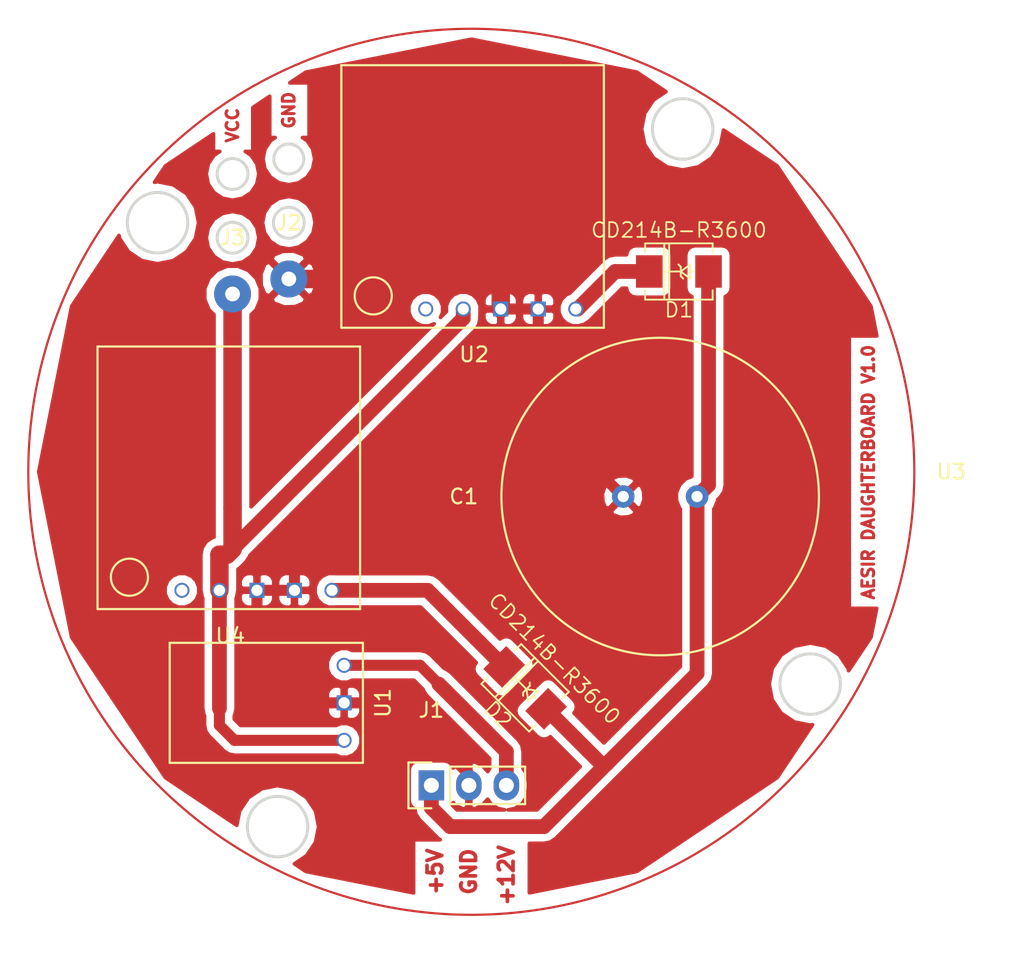
<source format=kicad_pcb>
(kicad_pcb (version 4) (host pcbnew 4.0.6)

  (general
    (links 16)
    (no_connects 0)
    (area 116.586 72.9286 185.928001 138.684001)
    (thickness 1.6)
    (drawings 14)
    (tracks 52)
    (zones 0)
    (modules 10)
    (nets 9)
  )

  (page A4)
  (title_block
    (title AESIR_DAUGHTERBOARD_PCB)
    (date 2017-07-12)
    (rev 2)
    (company AESIR)
    (comment 1 "By: Björn Ordoubadian")
  )

  (layers
    (0 F.Cu signal)
    (31 B.Cu signal)
    (32 B.Adhes user)
    (33 F.Adhes user)
    (34 B.Paste user)
    (35 F.Paste user)
    (36 B.SilkS user)
    (37 F.SilkS user)
    (38 B.Mask user)
    (39 F.Mask user)
    (40 Dwgs.User user)
    (41 Cmts.User user)
    (42 Eco1.User user)
    (43 Eco2.User user)
    (44 Edge.Cuts user)
    (45 Margin user)
    (46 B.CrtYd user)
    (47 F.CrtYd user)
    (48 B.Fab user)
    (49 F.Fab user)
  )

  (setup
    (last_trace_width 0.75)
    (user_trace_width 0.5)
    (user_trace_width 0.75)
    (user_trace_width 1)
    (user_trace_width 1.25)
    (trace_clearance 0.2)
    (zone_clearance 0.508)
    (zone_45_only no)
    (trace_min 0.2)
    (segment_width 0.2)
    (edge_width 0.2)
    (via_size 0.6)
    (via_drill 0.4)
    (via_min_size 0.4)
    (via_min_drill 0.3)
    (uvia_size 0.3)
    (uvia_drill 0.1)
    (uvias_allowed no)
    (uvia_min_size 0.2)
    (uvia_min_drill 0.1)
    (pcb_text_width 0.3)
    (pcb_text_size 1.5 1.5)
    (mod_edge_width 0.15)
    (mod_text_size 1 1)
    (mod_text_width 0.15)
    (pad_size 1.524 1.524)
    (pad_drill 0.762)
    (pad_to_mask_clearance 0.2)
    (aux_axis_origin 0 0)
    (visible_elements FFFEFF7F)
    (pcbplotparams
      (layerselection 0x00030_80000001)
      (usegerberextensions false)
      (excludeedgelayer true)
      (linewidth 0.100000)
      (plotframeref false)
      (viasonmask false)
      (mode 1)
      (useauxorigin false)
      (hpglpennumber 1)
      (hpglpenspeed 20)
      (hpglpendiameter 15)
      (hpglpenoverlay 2)
      (psnegative false)
      (psa4output false)
      (plotreference true)
      (plotvalue true)
      (plotinvisibletext false)
      (padsonsilk false)
      (subtractmaskfromsilk false)
      (outputformat 1)
      (mirror false)
      (drillshape 1)
      (scaleselection 1)
      (outputdirectory ""))
  )

  (net 0 "")
  (net 1 "Net-(C1-Pad1)")
  (net 2 GND)
  (net 3 "Net-(D1-Pad2)")
  (net 4 "Net-(D2-Pad2)")
  (net 5 "Net-(J1-Pad3)")
  (net 6 "Net-(U2-Pad5)")
  (net 7 "Net-(U4-Pad5)")
  (net 8 "Net-(J3-Pad1)")

  (net_class Default "This is the default net class."
    (clearance 0.2)
    (trace_width 0.25)
    (via_dia 0.6)
    (via_drill 0.4)
    (uvia_dia 0.3)
    (uvia_drill 0.1)
    (add_net GND)
    (add_net "Net-(C1-Pad1)")
    (add_net "Net-(D1-Pad2)")
    (add_net "Net-(D2-Pad2)")
    (add_net "Net-(J1-Pad3)")
    (add_net "Net-(J3-Pad1)")
    (add_net "Net-(U2-Pad5)")
    (add_net "Net-(U4-Pad5)")
  )

  (net_class "0.50 mm" ""
    (clearance 0.2)
    (trace_width 0.5)
    (via_dia 0.6)
    (via_drill 0.4)
    (uvia_dia 0.3)
    (uvia_drill 0.1)
  )

  (module Capacitors_SMD:Supercapacitor_Radial (layer F.Cu) (tedit 592581B2) (tstamp 59258788)
    (at 161.29 106.68 180)
    (path /58FD161D)
    (fp_text reference C1 (at 13.3 0 180) (layer F.SilkS)
      (effects (font (size 1 1) (thickness 0.15)))
    )
    (fp_text value "47000 uF" (at 0 -12 180) (layer F.Fab)
      (effects (font (size 1 1) (thickness 0.15)))
    )
    (fp_circle (center 0 0) (end 10.75 0) (layer F.SilkS) (width 0.15))
    (pad 1 thru_hole circle (at -2.5 0 180) (size 1.524 1.524) (drill 0.762) (layers *.Cu *.Mask)
      (net 1 "Net-(C1-Pad1)"))
    (pad 2 thru_hole circle (at 2.5 0 180) (size 1.524 1.524) (drill 0.762) (layers *.Cu *.Mask)
      (net 2 GND))
  )

  (module "SMD_Footprints_Advanced:DO-214AA(SMB)" (layer F.Cu) (tedit 0) (tstamp 592587A0)
    (at 162.56 91.44 180)
    (descr "DO-214AA (SMB)  PACKAGE.")
    (tags "DO-214AA SMB")
    (path /58FD1311)
    (attr smd)
    (fp_text reference D1 (at 0 -2.60096 180) (layer F.SilkS)
      (effects (font (size 1.00076 1.00076) (thickness 0.11938)))
    )
    (fp_text value CD214B-R3600 (at 0 2.79908 180) (layer F.SilkS)
      (effects (font (size 1.00076 1.00076) (thickness 0.11938)))
    )
    (fp_line (start -0.762 0) (end -0.9652 0) (layer F.SilkS) (width 0.127))
    (fp_line (start -2.286 -1.905) (end 2.286 -1.905) (layer F.SilkS) (width 0.127))
    (fp_line (start 2.286 -1.905) (end 2.286 -1.27) (layer F.SilkS) (width 0.127))
    (fp_line (start 0.6604 1.905) (end 0.6604 -1.905) (layer F.SilkS) (width 0.127))
    (fp_line (start 0.9906 1.905) (end 0.9906 -1.905) (layer F.SilkS) (width 0.127))
    (fp_line (start -2.286 1.27) (end -2.286 1.905) (layer F.SilkS) (width 0.127))
    (fp_line (start -2.286 1.905) (end 2.286 1.905) (layer F.SilkS) (width 0.127))
    (fp_line (start 2.286 1.905) (end 2.286 1.27) (layer F.SilkS) (width 0.127))
    (fp_line (start -2.286 -1.27) (end -2.286 -1.905) (layer F.SilkS) (width 0.127))
    (fp_line (start -0.127 0) (end -0.762 -0.47498) (layer F.SilkS) (width 0.127))
    (fp_line (start -0.762 -0.47498) (end -0.762 0) (layer F.SilkS) (width 0.127))
    (fp_line (start -0.762 0) (end -0.762 0.47498) (layer F.SilkS) (width 0.127))
    (fp_line (start -0.762 0.47498) (end -0.127 0) (layer F.SilkS) (width 0.127))
    (fp_line (start -0.127 0) (end -0.127 -0.3175) (layer F.SilkS) (width 0.127))
    (fp_line (start -0.127 -0.3175) (end -0.28448 -0.47498) (layer F.SilkS) (width 0.127))
    (fp_line (start -0.127 0) (end -0.127 0.3175) (layer F.SilkS) (width 0.127))
    (fp_line (start -0.127 0.3175) (end 0.03048 0.47498) (layer F.SilkS) (width 0.127))
    (fp_line (start -0.127 0) (end 0.98298 0) (layer F.SilkS) (width 0.127))
    (pad 1 smd rect (at -2.0066 0 180) (size 1.80086 2.19964) (layers F.Cu F.Paste F.Mask)
      (net 1 "Net-(C1-Pad1)"))
    (pad 2 smd rect (at 2.0066 0 180) (size 1.80086 2.19964) (layers F.Cu F.Paste F.Mask)
      (net 3 "Net-(D1-Pad2)"))
    (model smd/do214.wrl
      (at (xyz 0 0 0))
      (scale (xyz 1 1 1))
      (rotate (xyz 0 0 0))
    )
  )

  (module "SMD_Footprints_Advanced:DO-214AA(SMB)" (layer F.Cu) (tedit 0) (tstamp 592587B8)
    (at 152.146 119.634 135)
    (descr "DO-214AA (SMB)  PACKAGE.")
    (tags "DO-214AA SMB")
    (path /58FD14DA)
    (attr smd)
    (fp_text reference D2 (at 0 -2.60096 135) (layer F.SilkS)
      (effects (font (size 1.00076 1.00076) (thickness 0.11938)))
    )
    (fp_text value CD214B-R3600 (at 0 2.79908 135) (layer F.SilkS)
      (effects (font (size 1.00076 1.00076) (thickness 0.11938)))
    )
    (fp_line (start -0.762 0) (end -0.9652 0) (layer F.SilkS) (width 0.127))
    (fp_line (start -2.286 -1.905) (end 2.286 -1.905) (layer F.SilkS) (width 0.127))
    (fp_line (start 2.286 -1.905) (end 2.286 -1.27) (layer F.SilkS) (width 0.127))
    (fp_line (start 0.6604 1.905) (end 0.6604 -1.905) (layer F.SilkS) (width 0.127))
    (fp_line (start 0.9906 1.905) (end 0.9906 -1.905) (layer F.SilkS) (width 0.127))
    (fp_line (start -2.286 1.27) (end -2.286 1.905) (layer F.SilkS) (width 0.127))
    (fp_line (start -2.286 1.905) (end 2.286 1.905) (layer F.SilkS) (width 0.127))
    (fp_line (start 2.286 1.905) (end 2.286 1.27) (layer F.SilkS) (width 0.127))
    (fp_line (start -2.286 -1.27) (end -2.286 -1.905) (layer F.SilkS) (width 0.127))
    (fp_line (start -0.127 0) (end -0.762 -0.47498) (layer F.SilkS) (width 0.127))
    (fp_line (start -0.762 -0.47498) (end -0.762 0) (layer F.SilkS) (width 0.127))
    (fp_line (start -0.762 0) (end -0.762 0.47498) (layer F.SilkS) (width 0.127))
    (fp_line (start -0.762 0.47498) (end -0.127 0) (layer F.SilkS) (width 0.127))
    (fp_line (start -0.127 0) (end -0.127 -0.3175) (layer F.SilkS) (width 0.127))
    (fp_line (start -0.127 -0.3175) (end -0.28448 -0.47498) (layer F.SilkS) (width 0.127))
    (fp_line (start -0.127 0) (end -0.127 0.3175) (layer F.SilkS) (width 0.127))
    (fp_line (start -0.127 0.3175) (end 0.03048 0.47498) (layer F.SilkS) (width 0.127))
    (fp_line (start -0.127 0) (end 0.98298 0) (layer F.SilkS) (width 0.127))
    (pad 1 smd rect (at -2.0066 0 135) (size 1.80086 2.19964) (layers F.Cu F.Paste F.Mask)
      (net 1 "Net-(C1-Pad1)"))
    (pad 2 smd rect (at 2.0066 0 135) (size 1.80086 2.19964) (layers F.Cu F.Paste F.Mask)
      (net 4 "Net-(D2-Pad2)"))
    (model smd/do214.wrl
      (at (xyz 0 0 0))
      (scale (xyz 1 1 1))
      (rotate (xyz 0 0 0))
    )
  )

  (module Socket_Strips:Socket_Strip_Straight_1x03 (layer F.Cu) (tedit 54E9F429) (tstamp 592587BF)
    (at 145.796 126.238)
    (descr "Through hole socket strip")
    (tags "socket strip")
    (path /592570E0)
    (fp_text reference J1 (at 0 -5.1) (layer F.SilkS)
      (effects (font (size 1 1) (thickness 0.15)))
    )
    (fp_text value HEADER_1x3 (at 0 -3.1) (layer F.Fab)
      (effects (font (size 1 1) (thickness 0.15)))
    )
    (fp_line (start 0 -1.55) (end -1.55 -1.55) (layer F.SilkS) (width 0.15))
    (fp_line (start -1.55 -1.55) (end -1.55 1.55) (layer F.SilkS) (width 0.15))
    (fp_line (start -1.55 1.55) (end 0 1.55) (layer F.SilkS) (width 0.15))
    (fp_line (start -1.75 -1.75) (end -1.75 1.75) (layer F.CrtYd) (width 0.05))
    (fp_line (start 6.85 -1.75) (end 6.85 1.75) (layer F.CrtYd) (width 0.05))
    (fp_line (start -1.75 -1.75) (end 6.85 -1.75) (layer F.CrtYd) (width 0.05))
    (fp_line (start -1.75 1.75) (end 6.85 1.75) (layer F.CrtYd) (width 0.05))
    (fp_line (start 1.27 -1.27) (end 6.35 -1.27) (layer F.SilkS) (width 0.15))
    (fp_line (start 6.35 -1.27) (end 6.35 1.27) (layer F.SilkS) (width 0.15))
    (fp_line (start 6.35 1.27) (end 1.27 1.27) (layer F.SilkS) (width 0.15))
    (fp_line (start 1.27 1.27) (end 1.27 -1.27) (layer F.SilkS) (width 0.15))
    (pad 1 thru_hole rect (at 0 0) (size 1.7272 2.032) (drill 1.016) (layers *.Cu *.Mask)
      (net 1 "Net-(C1-Pad1)"))
    (pad 2 thru_hole oval (at 2.54 0) (size 1.7272 2.032) (drill 1.016) (layers *.Cu *.Mask)
      (net 2 GND))
    (pad 3 thru_hole oval (at 5.08 0) (size 1.7272 2.032) (drill 1.016) (layers *.Cu *.Mask)
      (net 5 "Net-(J1-Pad3)"))
    (model Socket_Strips.3dshapes/Socket_Strip_Straight_1x03.wrl
      (at (xyz 0.1 0 0))
      (scale (xyz 1 1 1))
      (rotate (xyz 0 0 180))
    )
  )

  (module Capacitors_SMD:U3V12F12 (layer F.Cu) (tedit 59258488) (tstamp 592587C6)
    (at 134.62 120.65 90)
    (path /58FD12B4)
    (fp_text reference U1 (at 0 7.9 90) (layer F.SilkS)
      (effects (font (size 1 1) (thickness 0.15)))
    )
    (fp_text value U3V12F12 (at 0 -7.5 90) (layer F.Fab)
      (effects (font (size 1 1) (thickness 0.15)))
    )
    (fp_line (start -4.064 6.5405) (end -4.064 -6.5405) (layer F.SilkS) (width 0.15))
    (fp_line (start 4.064 6.5405) (end 4.064 -6.5405) (layer F.SilkS) (width 0.15))
    (fp_line (start -4.064 -6.5405) (end 4.064 -6.5405) (layer F.SilkS) (width 0.15))
    (fp_line (start -4.064 6.5405) (end 4.064 6.5405) (layer F.SilkS) (width 0.15))
    (pad 1 thru_hole circle (at 2.54 5.2705 90) (size 1.016 1.016) (drill 0.762) (layers *.Cu *.Mask)
      (net 5 "Net-(J1-Pad3)"))
    (pad 2 thru_hole rect (at 0 5.2705 90) (size 1.016 1.016) (drill 0.762) (layers *.Cu *.Mask)
      (net 2 GND))
    (pad 3 thru_hole circle (at -2.54 5.2705 90) (size 1.016 1.016) (drill 0.762) (layers *.Cu *.Mask)
      (net 8 "Net-(J3-Pad1)"))
  )

  (module Enclosures:D24V25F6_2 (layer F.Cu) (tedit 59258811) (tstamp 5928498B)
    (at 148.59 86.36)
    (path /59258E4A)
    (fp_text reference U2 (at 0.1 10.7) (layer F.SilkS)
      (effects (font (size 1 1) (thickness 0.15)))
    )
    (fp_text value D24V25F6_2 (at 0.1 -9.9) (layer F.Fab)
      (effects (font (size 1 1) (thickness 0.15)))
    )
    (fp_circle (center -6.731 6.731) (end -7.62 7.62) (layer F.SilkS) (width 0.15))
    (fp_line (start 8.89 -8.89) (end 8.89 8.89) (layer F.SilkS) (width 0.15))
    (fp_line (start -8.89 -8.89) (end 8.89 -8.89) (layer F.SilkS) (width 0.15))
    (fp_line (start -8.89 8.89) (end 8.89 8.89) (layer F.SilkS) (width 0.15))
    (fp_line (start -8.89 -8.89) (end -8.89 8.89) (layer F.SilkS) (width 0.15))
    (pad 1 thru_hole circle (at 6.985 7.62) (size 1.016 1.016) (drill 0.762) (layers *.Cu *.Mask)
      (net 3 "Net-(D1-Pad2)"))
    (pad 2 thru_hole rect (at 4.445 7.62) (size 1.016 1.016) (drill 0.762) (layers *.Cu *.Mask)
      (net 2 GND))
    (pad 3 thru_hole rect (at 1.905 7.62) (size 1.016 1.016) (drill 0.762) (layers *.Cu *.Mask)
      (net 2 GND))
    (pad 4 thru_hole circle (at -0.635 7.62) (size 1.016 1.016) (drill 0.762) (layers *.Cu *.Mask)
      (net 8 "Net-(J3-Pad1)"))
    (pad 5 thru_hole circle (at -3.175 7.62) (size 1.016 1.016) (drill 0.762) (layers *.Cu *.Mask)
      (net 6 "Net-(U2-Pad5)"))
  )

  (module Enclosures:D24V25F6_2 (layer F.Cu) (tedit 59258811) (tstamp 59284996)
    (at 132.08 105.41)
    (path /59258E8B)
    (fp_text reference U4 (at 0.1 10.7) (layer F.SilkS)
      (effects (font (size 1 1) (thickness 0.15)))
    )
    (fp_text value D24V25F6_2 (at 0.1 -9.9) (layer F.Fab)
      (effects (font (size 1 1) (thickness 0.15)))
    )
    (fp_circle (center -6.731 6.731) (end -7.62 7.62) (layer F.SilkS) (width 0.15))
    (fp_line (start 8.89 -8.89) (end 8.89 8.89) (layer F.SilkS) (width 0.15))
    (fp_line (start -8.89 -8.89) (end 8.89 -8.89) (layer F.SilkS) (width 0.15))
    (fp_line (start -8.89 8.89) (end 8.89 8.89) (layer F.SilkS) (width 0.15))
    (fp_line (start -8.89 -8.89) (end -8.89 8.89) (layer F.SilkS) (width 0.15))
    (pad 1 thru_hole circle (at 6.985 7.62) (size 1.016 1.016) (drill 0.762) (layers *.Cu *.Mask)
      (net 4 "Net-(D2-Pad2)"))
    (pad 2 thru_hole rect (at 4.445 7.62) (size 1.016 1.016) (drill 0.762) (layers *.Cu *.Mask)
      (net 2 GND))
    (pad 3 thru_hole rect (at 1.905 7.62) (size 1.016 1.016) (drill 0.762) (layers *.Cu *.Mask)
      (net 2 GND))
    (pad 4 thru_hole circle (at -0.635 7.62) (size 1.016 1.016) (drill 0.762) (layers *.Cu *.Mask)
      (net 8 "Net-(J3-Pad1)"))
    (pad 5 thru_hole circle (at -3.175 7.62) (size 1.016 1.016) (drill 0.762) (layers *.Cu *.Mask)
      (net 7 "Net-(U4-Pad5)"))
  )

  (module Enclosures:AESIR_DB_OUTLINE_60mm (layer F.Cu) (tedit 592849E7) (tstamp 59284A57)
    (at 148.5011 105.0036)
    (path /58F8BF0C)
    (fp_text reference U3 (at 32.5 0) (layer F.SilkS)
      (effects (font (size 1 1) (thickness 0.15)))
    )
    (fp_text value AESIR_DAUGHTERBOARD (at 0 -31.1) (layer F.Fab)
      (effects (font (size 1 1) (thickness 0.15)))
    )
    (fp_circle (center 0 0) (end 30 0) (layer F.Cu) (width 0.15))
  )

  (module Wire_Pads:SolderWirePad_single_1mmDrill (layer F.Cu) (tedit 0) (tstamp 592AB5A1)
    (at 136.144 91.948)
    (path /592AB285)
    (fp_text reference J2 (at 0 -3.81) (layer F.SilkS)
      (effects (font (size 1 1) (thickness 0.15)))
    )
    (fp_text value BATTERY_GND (at -1.905 3.175) (layer F.Fab)
      (effects (font (size 1 1) (thickness 0.15)))
    )
    (pad 1 thru_hole circle (at 0 0) (size 2.49936 2.49936) (drill 1.00076) (layers *.Cu *.Mask)
      (net 2 GND))
  )

  (module Wire_Pads:SolderWirePad_single_1mmDrill (layer F.Cu) (tedit 0) (tstamp 592AB5A5)
    (at 132.334 92.964)
    (path /592AB379)
    (fp_text reference J3 (at 0 -3.81) (layer F.SilkS)
      (effects (font (size 1 1) (thickness 0.15)))
    )
    (fp_text value BATTERY_VCC (at -1.905 3.175) (layer F.Fab)
      (effects (font (size 1 1) (thickness 0.15)))
    )
    (pad 1 thru_hole circle (at 0 0) (size 2.49936 2.49936) (drill 1.00076) (layers *.Cu *.Mask)
      (net 8 "Net-(J3-Pad1)"))
  )

  (gr_text VCC (at 132.334 81.534 90) (layer F.Cu)
    (effects (font (size 0.8 0.8) (thickness 0.2)))
  )
  (gr_text GND (at 136.144 80.518 90) (layer F.Cu)
    (effects (font (size 0.8 0.8) (thickness 0.2)))
  )
  (gr_text +12V (at 150.876 132.334 90) (layer F.Cu)
    (effects (font (size 1 1) (thickness 0.25)))
  )
  (gr_text +5V (at 146.05 132.08 90) (layer F.Cu)
    (effects (font (size 1 1) (thickness 0.25)))
  )
  (gr_text GND (at 148.336 132.08 90) (layer F.Cu)
    (effects (font (size 1 1) (thickness 0.25)))
  )
  (gr_text "AESIR DAUGHTERBOARD V1.0" (at 175.387 105.029 90) (layer F.Cu)
    (effects (font (size 0.8 0.8) (thickness 0.2)))
  )
  (gr_circle (center 127.254 88.138) (end 127.508 86.106) (layer Edge.Cuts) (width 0.2) (tstamp 59284376))
  (gr_circle (center 162.814 81.788) (end 163.068 79.756) (layer Edge.Cuts) (width 0.2) (tstamp 59284344))
  (gr_circle (center 135.382 129.032) (end 135.636 127) (layer Edge.Cuts) (width 0.2) (tstamp 59284335))
  (gr_circle (center 171.45 119.38) (end 171.704 117.348) (layer Edge.Cuts) (width 0.2) (tstamp 592842A3))
  (gr_circle (center 132.334 89.154) (end 132.588 88.138) (layer Edge.Cuts) (width 0.2))
  (gr_circle (center 136.144 88.138) (end 136.398 87.122) (layer Edge.Cuts) (width 0.2))
  (gr_circle (center 136.144 83.82) (end 136.144 82.804) (layer Edge.Cuts) (width 0.2))
  (gr_circle (center 132.334 84.836) (end 132.588 83.82) (layer Edge.Cuts) (width 0.2))

  (segment (start 157.607 124.841) (end 157.353 124.841) (width 1) (layer F.Cu) (net 1))
  (segment (start 157.353 124.841) (end 153.56488 121.05288) (width 1) (layer F.Cu) (net 1) (tstamp 592AB614))
  (segment (start 164.5666 91.44) (end 164.5666 105.9034) (width 1) (layer F.Cu) (net 1))
  (segment (start 164.5666 105.9034) (end 163.79 106.68) (width 1) (layer F.Cu) (net 1) (tstamp 592AB0D7))
  (segment (start 163.79 106.68) (end 163.79 118.658) (width 1) (layer F.Cu) (net 1))
  (segment (start 163.79 118.658) (end 157.607 124.841) (width 1) (layer F.Cu) (net 1) (tstamp 592AB0C3))
  (segment (start 157.607 124.841) (end 157.861 124.587) (width 1) (layer F.Cu) (net 1) (tstamp 592AB612))
  (segment (start 145.796 126.238) (end 145.796 127.762) (width 1) (layer F.Cu) (net 1))
  (segment (start 145.796 127.762) (end 147.066 129.032) (width 1) (layer F.Cu) (net 1) (tstamp 592AB0BA))
  (segment (start 147.066 129.032) (end 153.416 129.032) (width 1) (layer F.Cu) (net 1) (tstamp 592AB0BB))
  (segment (start 153.416 129.032) (end 157.861 124.587) (width 1) (layer F.Cu) (net 1) (tstamp 592AB0BC))
  (segment (start 139.8905 120.65) (end 143.51 120.65) (width 0.75) (layer F.Cu) (net 2) (status 400000))
  (segment (start 143.51 120.65) (end 144.78 121.92) (width 0.75) (layer F.Cu) (net 2) (tstamp 5965E28F))
  (segment (start 133.985 118.745) (end 133.985 119.38) (width 0.75) (layer F.Cu) (net 2))
  (segment (start 133.985 113.03) (end 133.985 118.745) (width 0.75) (layer F.Cu) (net 2))
  (segment (start 135.255 120.65) (end 139.8905 120.65) (width 0.75) (layer F.Cu) (net 2) (tstamp 5965E28C) (status 800000))
  (segment (start 133.985 119.38) (end 135.255 120.65) (width 0.75) (layer F.Cu) (net 2) (tstamp 5965E288))
  (segment (start 136.144 91.948) (end 138.176 91.948) (width 1.25) (layer F.Cu) (net 2))
  (segment (start 150.495 91.821) (end 150.495 93.98) (width 1.25) (layer F.Cu) (net 2) (tstamp 592AB5D3))
  (segment (start 147.828 89.154) (end 150.495 91.821) (width 1.25) (layer F.Cu) (net 2) (tstamp 592AB5D2))
  (segment (start 140.97 89.154) (end 147.828 89.154) (width 1.25) (layer F.Cu) (net 2) (tstamp 592AB5D1))
  (segment (start 138.176 91.948) (end 140.97 89.154) (width 1.25) (layer F.Cu) (net 2) (tstamp 592AB5D0))
  (segment (start 148.336 126.238) (end 148.336 125.476) (width 0.75) (layer F.Cu) (net 2))
  (segment (start 148.336 125.476) (end 144.78 121.92) (width 0.75) (layer F.Cu) (net 2) (tstamp 59284650))
  (segment (start 133.985 113.03) (end 136.525 113.03) (width 0.75) (layer F.Cu) (net 2))
  (segment (start 136.525 113.03) (end 136.525 111.379) (width 0.75) (layer F.Cu) (net 2))
  (segment (start 136.525 111.379) (end 146.979 100.925) (width 0.75) (layer F.Cu) (net 2) (tstamp 59283F54))
  (segment (start 146.979 100.925) (end 153.035 100.925) (width 0.75) (layer F.Cu) (net 2) (tstamp 59283F58))
  (segment (start 153.035 93.98) (end 153.035 100.925) (width 0.75) (layer F.Cu) (net 2))
  (segment (start 153.035 100.925) (end 158.79 106.68) (width 0.75) (layer F.Cu) (net 2) (tstamp 59283F47))
  (segment (start 150.495 93.98) (end 153.035 93.98) (width 0.75) (layer F.Cu) (net 2))
  (segment (start 155.575 93.98) (end 155.702 93.98) (width 1) (layer F.Cu) (net 3))
  (segment (start 155.702 93.98) (end 158.242 91.44) (width 1) (layer F.Cu) (net 3) (tstamp 592AB0DD))
  (segment (start 158.242 91.44) (end 160.5534 91.44) (width 1) (layer F.Cu) (net 3) (tstamp 592AB0DE))
  (segment (start 139.065 113.03) (end 145.542 113.03) (width 1) (layer F.Cu) (net 4))
  (segment (start 145.542 113.03) (end 150.72712 118.21512) (width 1) (layer F.Cu) (net 4) (tstamp 592AB0B2))
  (segment (start 139.8905 118.11) (end 145.034 118.11) (width 0.75) (layer F.Cu) (net 5) (status 400000))
  (segment (start 146.304 119.38) (end 150.876 123.952) (width 1) (layer F.Cu) (net 5) (tstamp 592AB0C9))
  (segment (start 150.876 123.952) (end 150.876 126.238) (width 1) (layer F.Cu) (net 5))
  (segment (start 145.034 118.11) (end 146.304 119.38) (width 0.75) (layer F.Cu) (net 5) (tstamp 5965E284))
  (segment (start 131.445 121.031) (end 131.445 122.174) (width 0.75) (layer F.Cu) (net 8))
  (segment (start 131.445 113.03) (end 131.445 121.031) (width 1) (layer F.Cu) (net 8))
  (segment (start 132.461 123.19) (end 139.8905 123.19) (width 0.75) (layer F.Cu) (net 8) (tstamp 5965E279) (status 800000))
  (segment (start 131.445 122.174) (end 132.461 123.19) (width 0.75) (layer F.Cu) (net 8) (tstamp 5965E274))
  (segment (start 147.955 93.98) (end 147.955 94.615) (width 1) (layer F.Cu) (net 8))
  (segment (start 147.955 94.615) (end 132.334 110.236) (width 1) (layer F.Cu) (net 8) (tstamp 592AB604))
  (segment (start 131.445 110.617) (end 131.953 110.617) (width 1.25) (layer F.Cu) (net 8))
  (segment (start 131.445 113.03) (end 131.445 110.617) (width 1.25) (layer F.Cu) (net 8))
  (segment (start 131.953 110.617) (end 132.334 110.236) (width 1.25) (layer F.Cu) (net 8) (tstamp 592AB601))
  (segment (start 132.334 107.442) (end 132.334 110.236) (width 1.25) (layer F.Cu) (net 8))
  (segment (start 132.334 92.964) (end 132.334 107.442) (width 1.25) (layer F.Cu) (net 8))
  (segment (start 132.334 110.236) (end 132.08 110.49) (width 1.25) (layer F.Cu) (net 8) (tstamp 592AB5FE))

  (zone (net 2) (net_name GND) (layer F.Cu) (tstamp 592AAFAC) (hatch edge 0.508)
    (connect_pads (clearance 0.508))
    (min_thickness 0.254)
    (fill yes (arc_segments 16) (thermal_gap 0.508) (thermal_bridge_width 0.508))
    (polygon
      (pts
        (xy 185.928 74.168) (xy 185.928 138.684) (xy 117.602 138.176) (xy 116.840011 73.91493)
      )
    )
    (filled_polygon
      (pts
        (xy 159.709898 77.943168) (xy 161.682705 79.261356) (xy 160.846254 79.820254) (xy 160.243016 80.723064) (xy 160.031187 81.788)
        (xy 160.243016 82.852936) (xy 160.846254 83.755746) (xy 161.749064 84.358984) (xy 162.814 84.570813) (xy 163.878936 84.358984)
        (xy 164.781746 83.755746) (xy 165.384984 82.852936) (xy 165.581243 81.866275) (xy 169.212258 84.292442) (xy 175.561532 93.794802)
        (xy 175.961092 95.803524) (xy 174.092 95.803524) (xy 174.092 114.254476) (xy 175.950987 114.254476) (xy 175.561532 116.212398)
        (xy 174.052089 118.471439) (xy 174.020984 118.315064) (xy 173.417746 117.412254) (xy 172.514936 116.809016) (xy 171.45 116.597187)
        (xy 170.385064 116.809016) (xy 169.482254 117.412254) (xy 168.879016 118.315064) (xy 168.667187 119.38) (xy 168.879016 120.444936)
        (xy 169.482254 121.347746) (xy 170.385064 121.950984) (xy 171.45 122.162813) (xy 171.606376 122.131708) (xy 169.212258 125.714758)
        (xy 159.709898 132.064032) (xy 152.436 133.5109) (xy 152.436 130.167) (xy 153.416 130.167) (xy 153.850346 130.080603)
        (xy 154.218566 129.834566) (xy 158.663566 125.389566) (xy 164.592566 119.460567) (xy 164.838603 119.092346) (xy 164.848395 119.043118)
        (xy 164.925 118.658) (xy 164.925 107.520914) (xy 164.973629 107.47237) (xy 165.186757 106.9591) (xy 165.186819 106.888313)
        (xy 165.369166 106.705966) (xy 165.571375 106.403339) (xy 165.615203 106.337746) (xy 165.7016 105.9034) (xy 165.7016 93.143123)
        (xy 165.702347 93.142982) (xy 165.918471 93.00391) (xy 166.063461 92.79171) (xy 166.11447 92.53982) (xy 166.11447 90.34018)
        (xy 166.070192 90.104863) (xy 165.93112 89.888739) (xy 165.71892 89.743749) (xy 165.46703 89.69274) (xy 163.66617 89.69274)
        (xy 163.430853 89.737018) (xy 163.214729 89.87609) (xy 163.069739 90.08829) (xy 163.01873 90.34018) (xy 163.01873 92.53982)
        (xy 163.063008 92.775137) (xy 163.20208 92.991261) (xy 163.41428 93.136251) (xy 163.4316 93.139758) (xy 163.4316 105.316532)
        (xy 162.999697 105.49499) (xy 162.606371 105.88763) (xy 162.393243 106.4009) (xy 162.392758 106.956661) (xy 162.60499 107.470303)
        (xy 162.655 107.5204) (xy 162.655 118.187867) (xy 157.48 123.362868) (xy 155.457274 121.340142) (xy 155.572164 121.171996)
        (xy 155.626648 120.920834) (xy 155.579124 120.668263) (xy 155.437079 120.454081) (xy 154.163679 119.180681) (xy 153.965976 119.045596)
        (xy 153.714814 118.991112) (xy 153.462243 119.038636) (xy 153.248061 119.180681) (xy 151.692681 120.736061) (xy 151.557596 120.933764)
        (xy 151.503112 121.184926) (xy 151.550636 121.437497) (xy 151.692681 121.651679) (xy 152.966081 122.925079) (xy 153.163784 123.060164)
        (xy 153.414946 123.114648) (xy 153.667517 123.067124) (xy 153.851786 122.944918) (xy 155.874868 124.968) (xy 152.945868 127.897)
        (xy 150.998391 127.897) (xy 151.449489 127.807271) (xy 151.93567 127.482415) (xy 152.260526 126.996234) (xy 152.3746 126.422745)
        (xy 152.3746 126.053255) (xy 152.260526 125.479766) (xy 152.011 125.106324) (xy 152.011 123.952) (xy 151.924603 123.517654)
        (xy 151.678566 123.149434) (xy 147.106566 118.577434) (xy 146.738345 118.331397) (xy 146.670198 118.317842) (xy 145.748178 117.395822)
        (xy 145.42051 117.176882) (xy 145.034 117.1) (xy 140.438674 117.1) (xy 140.118854 116.967199) (xy 139.664141 116.966802)
        (xy 139.243888 117.140446) (xy 138.922077 117.461697) (xy 138.747699 117.881646) (xy 138.747302 118.336359) (xy 138.920946 118.756612)
        (xy 139.242197 119.078423) (xy 139.662146 119.252801) (xy 140.116859 119.253198) (xy 140.439225 119.12) (xy 144.615644 119.12)
        (xy 145.241842 119.746198) (xy 145.255397 119.814345) (xy 145.501434 120.182566) (xy 149.741 124.422132) (xy 149.741 125.106324)
        (xy 149.609539 125.303069) (xy 149.238036 124.887268) (xy 148.710791 124.633291) (xy 148.695026 124.630642) (xy 148.463 124.751783)
        (xy 148.463 126.111) (xy 148.483 126.111) (xy 148.483 126.365) (xy 148.463 126.365) (xy 148.463 127.724217)
        (xy 148.695026 127.845358) (xy 148.710791 127.842709) (xy 149.238036 127.588732) (xy 149.609539 127.172931) (xy 149.81633 127.482415)
        (xy 150.302511 127.807271) (xy 150.753609 127.897) (xy 147.536132 127.897) (xy 147.21097 127.571838) (xy 147.256031 127.50589)
        (xy 147.275232 127.411073) (xy 147.433964 127.588732) (xy 147.961209 127.842709) (xy 147.976974 127.845358) (xy 148.209 127.724217)
        (xy 148.209 126.365) (xy 148.189 126.365) (xy 148.189 126.111) (xy 148.209 126.111) (xy 148.209 124.751783)
        (xy 147.976974 124.630642) (xy 147.961209 124.633291) (xy 147.433964 124.887268) (xy 147.277093 125.062845) (xy 147.262762 124.986683)
        (xy 147.12369 124.770559) (xy 146.91149 124.625569) (xy 146.6596 124.57456) (xy 144.9324 124.57456) (xy 144.697083 124.618838)
        (xy 144.480959 124.75791) (xy 144.335969 124.97011) (xy 144.28496 125.222) (xy 144.28496 127.254) (xy 144.329238 127.489317)
        (xy 144.46831 127.705441) (xy 144.678288 127.848913) (xy 144.747397 128.196346) (xy 144.769506 128.229434) (xy 144.993434 128.564566)
        (xy 146.263434 129.834566) (xy 146.393076 129.92119) (xy 144.59 129.92119) (xy 144.59 133.515634) (xy 137.292302 132.064032)
        (xy 136.524615 131.55108) (xy 137.349746 130.999746) (xy 137.952984 130.096936) (xy 138.164813 129.032) (xy 137.952984 127.967064)
        (xy 137.349746 127.064254) (xy 136.446936 126.461016) (xy 135.382 126.249187) (xy 134.317064 126.461016) (xy 133.414254 127.064254)
        (xy 132.811016 127.967064) (xy 132.617413 128.940371) (xy 127.789942 125.714758) (xy 121.440668 116.212398) (xy 120.852676 113.256359)
        (xy 127.761802 113.256359) (xy 127.935446 113.676612) (xy 128.256697 113.998423) (xy 128.676646 114.172801) (xy 129.131359 114.173198)
        (xy 129.551612 113.999554) (xy 129.873423 113.678303) (xy 130.047801 113.258354) (xy 130.048198 112.803641) (xy 129.874554 112.383388)
        (xy 129.553303 112.061577) (xy 129.133354 111.887199) (xy 128.678641 111.886802) (xy 128.258388 112.060446) (xy 127.936577 112.381697)
        (xy 127.762199 112.801646) (xy 127.761802 113.256359) (xy 120.852676 113.256359) (xy 120.327675 110.617) (xy 130.185 110.617)
        (xy 130.185 113.03) (xy 130.280912 113.512181) (xy 130.31 113.555714) (xy 130.31 121.031) (xy 130.396397 121.465346)
        (xy 130.435 121.523119) (xy 130.435 122.174) (xy 130.511882 122.56051) (xy 130.730822 122.888178) (xy 131.746822 123.904178)
        (xy 132.07449 124.123118) (xy 132.461 124.2) (xy 139.342326 124.2) (xy 139.662146 124.332801) (xy 140.116859 124.333198)
        (xy 140.537112 124.159554) (xy 140.858923 123.838303) (xy 141.033301 123.418354) (xy 141.033698 122.963641) (xy 140.860054 122.543388)
        (xy 140.538803 122.221577) (xy 140.118854 122.047199) (xy 139.664141 122.046802) (xy 139.341775 122.18) (xy 132.879356 122.18)
        (xy 132.455 121.755644) (xy 132.455 121.523119) (xy 132.493603 121.465346) (xy 132.58 121.031) (xy 132.58 120.93575)
        (xy 138.7475 120.93575) (xy 138.7475 121.284309) (xy 138.844173 121.517698) (xy 139.022801 121.696327) (xy 139.25619 121.793)
        (xy 139.60475 121.793) (xy 139.7635 121.63425) (xy 139.7635 120.777) (xy 140.0175 120.777) (xy 140.0175 121.63425)
        (xy 140.17625 121.793) (xy 140.52481 121.793) (xy 140.758199 121.696327) (xy 140.936827 121.517698) (xy 141.0335 121.284309)
        (xy 141.0335 120.93575) (xy 140.87475 120.777) (xy 140.0175 120.777) (xy 139.7635 120.777) (xy 138.90625 120.777)
        (xy 138.7475 120.93575) (xy 132.58 120.93575) (xy 132.58 120.015691) (xy 138.7475 120.015691) (xy 138.7475 120.36425)
        (xy 138.90625 120.523) (xy 139.7635 120.523) (xy 139.7635 119.66575) (xy 140.0175 119.66575) (xy 140.0175 120.523)
        (xy 140.87475 120.523) (xy 141.0335 120.36425) (xy 141.0335 120.015691) (xy 140.936827 119.782302) (xy 140.758199 119.603673)
        (xy 140.52481 119.507) (xy 140.17625 119.507) (xy 140.0175 119.66575) (xy 139.7635 119.66575) (xy 139.60475 119.507)
        (xy 139.25619 119.507) (xy 139.022801 119.603673) (xy 138.844173 119.782302) (xy 138.7475 120.015691) (xy 132.58 120.015691)
        (xy 132.58 113.555714) (xy 132.609088 113.512181) (xy 132.64816 113.31575) (xy 132.842 113.31575) (xy 132.842 113.66431)
        (xy 132.938673 113.897699) (xy 133.117302 114.076327) (xy 133.350691 114.173) (xy 133.69925 114.173) (xy 133.858 114.01425)
        (xy 133.858 113.157) (xy 134.112 113.157) (xy 134.112 114.01425) (xy 134.27075 114.173) (xy 134.619309 114.173)
        (xy 134.852698 114.076327) (xy 135.031327 113.897699) (xy 135.128 113.66431) (xy 135.128 113.31575) (xy 135.382 113.31575)
        (xy 135.382 113.66431) (xy 135.478673 113.897699) (xy 135.657302 114.076327) (xy 135.890691 114.173) (xy 136.23925 114.173)
        (xy 136.398 114.01425) (xy 136.398 113.157) (xy 136.652 113.157) (xy 136.652 114.01425) (xy 136.81075 114.173)
        (xy 137.159309 114.173) (xy 137.392698 114.076327) (xy 137.571327 113.897699) (xy 137.668 113.66431) (xy 137.668 113.31575)
        (xy 137.608609 113.256359) (xy 137.921802 113.256359) (xy 138.095446 113.676612) (xy 138.416697 113.998423) (xy 138.836646 114.172801)
        (xy 139.291359 114.173198) (xy 139.3112 114.165) (xy 145.071868 114.165) (xy 148.834726 117.927858) (xy 148.719836 118.096004)
        (xy 148.665352 118.347166) (xy 148.712876 118.599737) (xy 148.854921 118.813919) (xy 150.128321 120.087319) (xy 150.326024 120.222404)
        (xy 150.577186 120.276888) (xy 150.829757 120.229364) (xy 151.043939 120.087319) (xy 152.599319 118.531939) (xy 152.734404 118.334236)
        (xy 152.788888 118.083074) (xy 152.741364 117.830503) (xy 152.599319 117.616321) (xy 151.325919 116.342921) (xy 151.128216 116.207836)
        (xy 150.877054 116.153352) (xy 150.624483 116.200876) (xy 150.440214 116.323082) (xy 146.344566 112.227434) (xy 145.976346 111.981397)
        (xy 145.542 111.895) (xy 139.312141 111.895) (xy 139.293354 111.887199) (xy 138.838641 111.886802) (xy 138.418388 112.060446)
        (xy 138.096577 112.381697) (xy 137.922199 112.801646) (xy 137.921802 113.256359) (xy 137.608609 113.256359) (xy 137.50925 113.157)
        (xy 136.652 113.157) (xy 136.398 113.157) (xy 135.54075 113.157) (xy 135.382 113.31575) (xy 135.128 113.31575)
        (xy 134.96925 113.157) (xy 134.112 113.157) (xy 133.858 113.157) (xy 133.00075 113.157) (xy 132.842 113.31575)
        (xy 132.64816 113.31575) (xy 132.705 113.03) (xy 132.705 112.39569) (xy 132.842 112.39569) (xy 132.842 112.74425)
        (xy 133.00075 112.903) (xy 133.858 112.903) (xy 133.858 112.04575) (xy 134.112 112.04575) (xy 134.112 112.903)
        (xy 134.96925 112.903) (xy 135.128 112.74425) (xy 135.128 112.39569) (xy 135.382 112.39569) (xy 135.382 112.74425)
        (xy 135.54075 112.903) (xy 136.398 112.903) (xy 136.398 112.04575) (xy 136.652 112.04575) (xy 136.652 112.903)
        (xy 137.50925 112.903) (xy 137.668 112.74425) (xy 137.668 112.39569) (xy 137.571327 112.162301) (xy 137.392698 111.983673)
        (xy 137.159309 111.887) (xy 136.81075 111.887) (xy 136.652 112.04575) (xy 136.398 112.04575) (xy 136.23925 111.887)
        (xy 135.890691 111.887) (xy 135.657302 111.983673) (xy 135.478673 112.162301) (xy 135.382 112.39569) (xy 135.128 112.39569)
        (xy 135.031327 112.162301) (xy 134.852698 111.983673) (xy 134.619309 111.887) (xy 134.27075 111.887) (xy 134.112 112.04575)
        (xy 133.858 112.04575) (xy 133.69925 111.887) (xy 133.350691 111.887) (xy 133.117302 111.983673) (xy 132.938673 112.162301)
        (xy 132.842 112.39569) (xy 132.705 112.39569) (xy 132.705 111.600801) (xy 132.843955 111.507955) (xy 133.067307 111.284603)
        (xy 133.224952 111.126957) (xy 133.224955 111.126955) (xy 133.498088 110.718181) (xy 133.508302 110.66683) (xy 136.514919 107.660213)
        (xy 157.989392 107.660213) (xy 158.058857 107.902397) (xy 158.582302 108.089144) (xy 159.137368 108.061362) (xy 159.521143 107.902397)
        (xy 159.590608 107.660213) (xy 158.79 106.859605) (xy 157.989392 107.660213) (xy 136.514919 107.660213) (xy 137.70283 106.472302)
        (xy 157.380856 106.472302) (xy 157.408638 107.027368) (xy 157.567603 107.411143) (xy 157.809787 107.480608) (xy 158.610395 106.68)
        (xy 158.969605 106.68) (xy 159.770213 107.480608) (xy 160.012397 107.411143) (xy 160.199144 106.887698) (xy 160.171362 106.332632)
        (xy 160.012397 105.948857) (xy 159.770213 105.879392) (xy 158.969605 106.68) (xy 158.610395 106.68) (xy 157.809787 105.879392)
        (xy 157.567603 105.948857) (xy 157.380856 106.472302) (xy 137.70283 106.472302) (xy 138.475345 105.699787) (xy 157.989392 105.699787)
        (xy 158.79 106.500395) (xy 159.590608 105.699787) (xy 159.521143 105.457603) (xy 158.997698 105.270856) (xy 158.442632 105.298638)
        (xy 158.058857 105.457603) (xy 157.989392 105.699787) (xy 138.475345 105.699787) (xy 148.757566 95.417566) (xy 149.003603 95.049346)
        (xy 149.09 94.615) (xy 149.09 94.26575) (xy 149.352 94.26575) (xy 149.352 94.61431) (xy 149.448673 94.847699)
        (xy 149.627302 95.026327) (xy 149.860691 95.123) (xy 150.20925 95.123) (xy 150.368 94.96425) (xy 150.368 94.107)
        (xy 150.622 94.107) (xy 150.622 94.96425) (xy 150.78075 95.123) (xy 151.129309 95.123) (xy 151.362698 95.026327)
        (xy 151.541327 94.847699) (xy 151.638 94.61431) (xy 151.638 94.26575) (xy 151.892 94.26575) (xy 151.892 94.61431)
        (xy 151.988673 94.847699) (xy 152.167302 95.026327) (xy 152.400691 95.123) (xy 152.74925 95.123) (xy 152.908 94.96425)
        (xy 152.908 94.107) (xy 153.162 94.107) (xy 153.162 94.96425) (xy 153.32075 95.123) (xy 153.669309 95.123)
        (xy 153.902698 95.026327) (xy 154.081327 94.847699) (xy 154.178 94.61431) (xy 154.178 94.26575) (xy 154.118609 94.206359)
        (xy 154.431802 94.206359) (xy 154.605446 94.626612) (xy 154.926697 94.948423) (xy 155.346646 95.122801) (xy 155.801359 95.123198)
        (xy 155.931853 95.069279) (xy 156.136346 95.028603) (xy 156.504566 94.782566) (xy 158.712133 92.575) (xy 159.01215 92.575)
        (xy 159.049808 92.775137) (xy 159.18888 92.991261) (xy 159.40108 93.136251) (xy 159.65297 93.18726) (xy 161.45383 93.18726)
        (xy 161.689147 93.142982) (xy 161.905271 93.00391) (xy 162.050261 92.79171) (xy 162.10127 92.53982) (xy 162.10127 90.34018)
        (xy 162.056992 90.104863) (xy 161.91792 89.888739) (xy 161.70572 89.743749) (xy 161.45383 89.69274) (xy 159.65297 89.69274)
        (xy 159.417653 89.737018) (xy 159.201529 89.87609) (xy 159.056539 90.08829) (xy 159.012654 90.305) (xy 158.242 90.305)
        (xy 157.807654 90.391397) (xy 157.439433 90.637434) (xy 155.163615 92.913253) (xy 154.928388 93.010446) (xy 154.606577 93.331697)
        (xy 154.432199 93.751646) (xy 154.431802 94.206359) (xy 154.118609 94.206359) (xy 154.01925 94.107) (xy 153.162 94.107)
        (xy 152.908 94.107) (xy 152.05075 94.107) (xy 151.892 94.26575) (xy 151.638 94.26575) (xy 151.47925 94.107)
        (xy 150.622 94.107) (xy 150.368 94.107) (xy 149.51075 94.107) (xy 149.352 94.26575) (xy 149.09 94.26575)
        (xy 149.09 94.227141) (xy 149.097801 94.208354) (xy 149.098198 93.753641) (xy 148.929638 93.34569) (xy 149.352 93.34569)
        (xy 149.352 93.69425) (xy 149.51075 93.853) (xy 150.368 93.853) (xy 150.368 92.99575) (xy 150.622 92.99575)
        (xy 150.622 93.853) (xy 151.47925 93.853) (xy 151.638 93.69425) (xy 151.638 93.34569) (xy 151.892 93.34569)
        (xy 151.892 93.69425) (xy 152.05075 93.853) (xy 152.908 93.853) (xy 152.908 92.99575) (xy 153.162 92.99575)
        (xy 153.162 93.853) (xy 154.01925 93.853) (xy 154.178 93.69425) (xy 154.178 93.34569) (xy 154.081327 93.112301)
        (xy 153.902698 92.933673) (xy 153.669309 92.837) (xy 153.32075 92.837) (xy 153.162 92.99575) (xy 152.908 92.99575)
        (xy 152.74925 92.837) (xy 152.400691 92.837) (xy 152.167302 92.933673) (xy 151.988673 93.112301) (xy 151.892 93.34569)
        (xy 151.638 93.34569) (xy 151.541327 93.112301) (xy 151.362698 92.933673) (xy 151.129309 92.837) (xy 150.78075 92.837)
        (xy 150.622 92.99575) (xy 150.368 92.99575) (xy 150.20925 92.837) (xy 149.860691 92.837) (xy 149.627302 92.933673)
        (xy 149.448673 93.112301) (xy 149.352 93.34569) (xy 148.929638 93.34569) (xy 148.924554 93.333388) (xy 148.603303 93.011577)
        (xy 148.183354 92.837199) (xy 147.728641 92.836802) (xy 147.308388 93.010446) (xy 146.986577 93.331697) (xy 146.812199 93.751646)
        (xy 146.811849 94.153019) (xy 146.416696 94.548172) (xy 146.557801 94.208354) (xy 146.558198 93.753641) (xy 146.384554 93.333388)
        (xy 146.063303 93.011577) (xy 145.643354 92.837199) (xy 145.188641 92.836802) (xy 144.768388 93.010446) (xy 144.446577 93.331697)
        (xy 144.272199 93.751646) (xy 144.271802 94.206359) (xy 144.445446 94.626612) (xy 144.766697 94.948423) (xy 145.186646 95.122801)
        (xy 145.641359 95.123198) (xy 145.982714 94.982154) (xy 133.594 107.370868) (xy 133.594 94.369214) (xy 133.930822 94.032979)
        (xy 134.218352 93.340531) (xy 134.218403 93.281089) (xy 134.990517 93.281089) (xy 135.119725 93.573859) (xy 135.819883 93.842071)
        (xy 136.569384 93.821928) (xy 137.168275 93.573859) (xy 137.297483 93.281089) (xy 136.144 92.127605) (xy 134.990517 93.281089)
        (xy 134.218403 93.281089) (xy 134.219006 92.590759) (xy 133.932686 91.897809) (xy 133.659237 91.623883) (xy 134.249929 91.623883)
        (xy 134.270072 92.373384) (xy 134.518141 92.972275) (xy 134.810911 93.101483) (xy 135.964395 91.948) (xy 136.323605 91.948)
        (xy 137.477089 93.101483) (xy 137.769859 92.972275) (xy 138.038071 92.272117) (xy 138.017928 91.522616) (xy 137.769859 90.923725)
        (xy 137.477089 90.794517) (xy 136.323605 91.948) (xy 135.964395 91.948) (xy 134.810911 90.794517) (xy 134.518141 90.923725)
        (xy 134.249929 91.623883) (xy 133.659237 91.623883) (xy 133.402979 91.367178) (xy 132.710531 91.079648) (xy 131.960759 91.078994)
        (xy 131.267809 91.365314) (xy 130.737178 91.895021) (xy 130.449648 92.587469) (xy 130.448994 93.337241) (xy 130.735314 94.030191)
        (xy 131.074 94.369468) (xy 131.074 109.430797) (xy 130.962819 109.452912) (xy 130.554045 109.726045) (xy 130.280912 110.134819)
        (xy 130.185 110.617) (xy 120.327675 110.617) (xy 119.2111 105.0036) (xy 121.440668 93.794802) (xy 124.643063 89.002079)
        (xy 124.683016 89.202936) (xy 125.286254 90.105746) (xy 126.189064 90.708984) (xy 127.254 90.920813) (xy 128.318936 90.708984)
        (xy 129.221746 90.105746) (xy 129.824984 89.202936) (xy 129.834717 89.154) (xy 130.551731 89.154) (xy 130.687398 89.836045)
        (xy 131.073746 90.414254) (xy 131.651955 90.800602) (xy 132.334 90.936269) (xy 133.016045 90.800602) (xy 133.29395 90.614911)
        (xy 134.990517 90.614911) (xy 136.144 91.768395) (xy 137.297483 90.614911) (xy 137.168275 90.322141) (xy 136.468117 90.053929)
        (xy 135.718616 90.074072) (xy 135.119725 90.322141) (xy 134.990517 90.614911) (xy 133.29395 90.614911) (xy 133.594254 90.414254)
        (xy 133.980602 89.836045) (xy 134.116269 89.154) (xy 133.980602 88.471955) (xy 133.75746 88.138) (xy 134.361731 88.138)
        (xy 134.497398 88.820045) (xy 134.883746 89.398254) (xy 135.461955 89.784602) (xy 136.144 89.920269) (xy 136.826045 89.784602)
        (xy 137.404254 89.398254) (xy 137.790602 88.820045) (xy 137.926269 88.138) (xy 137.790602 87.455955) (xy 137.404254 86.877746)
        (xy 136.826045 86.491398) (xy 136.144 86.355731) (xy 135.461955 86.491398) (xy 134.883746 86.877746) (xy 134.497398 87.455955)
        (xy 134.361731 88.138) (xy 133.75746 88.138) (xy 133.594254 87.893746) (xy 133.016045 87.507398) (xy 132.334 87.371731)
        (xy 131.651955 87.507398) (xy 131.073746 87.893746) (xy 130.687398 88.471955) (xy 130.551731 89.154) (xy 129.834717 89.154)
        (xy 130.036813 88.138) (xy 129.824984 87.073064) (xy 129.221746 86.170254) (xy 128.318936 85.567016) (xy 127.254 85.355187)
        (xy 127.053143 85.39514) (xy 127.789942 84.292442) (xy 131.039 82.121491) (xy 131.039 83.311857) (xy 131.468683 83.311857)
        (xy 131.073746 83.575746) (xy 130.687398 84.153955) (xy 130.551731 84.836) (xy 130.687398 85.518045) (xy 131.073746 86.096254)
        (xy 131.651955 86.482602) (xy 132.334 86.618269) (xy 133.016045 86.482602) (xy 133.594254 86.096254) (xy 133.980602 85.518045)
        (xy 134.116269 84.836) (xy 133.980602 84.153955) (xy 133.594254 83.575746) (xy 133.199317 83.311857) (xy 133.709 83.311857)
        (xy 133.709 80.337454) (xy 134.849 79.57573) (xy 134.849 82.372047) (xy 135.219857 82.372047) (xy 134.905856 82.581856)
        (xy 134.526287 83.149921) (xy 134.393 83.82) (xy 134.526287 84.490079) (xy 134.905856 85.058144) (xy 135.473921 85.437713)
        (xy 136.144 85.571) (xy 136.814079 85.437713) (xy 137.382144 85.058144) (xy 137.761713 84.490079) (xy 137.895 83.82)
        (xy 137.761713 83.149921) (xy 137.382144 82.581856) (xy 137.068143 82.372047) (xy 137.519 82.372047) (xy 137.519 78.663952)
        (xy 136.213573 78.663952) (xy 137.292302 77.943168) (xy 148.5011 75.7136)
      )
    )
  )
  (zone (net 2) (net_name GND) (layer F.Cu) (tstamp 592AAFBF) (hatch edge 0.508)
    (connect_pads (clearance 0.508))
    (min_thickness 0.254)
    (fill yes (arc_segments 16) (thermal_gap 0.508) (thermal_bridge_width 0.508))
    (polygon
      (pts
        (xy 116.586 73.914) (xy 116.84 73.914) (xy 116.840011 73.91493)
      )
    )
  )
)

</source>
